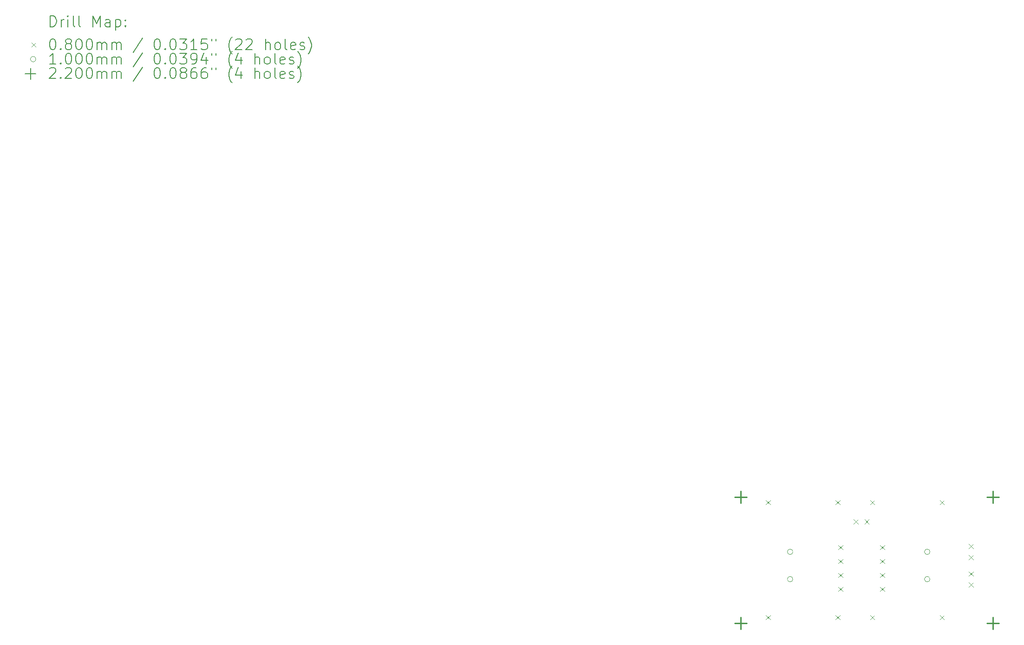
<source format=gbr>
%TF.GenerationSoftware,KiCad,Pcbnew,9.0.4*%
%TF.CreationDate,2025-10-11T15:13:11-04:00*%
%TF.ProjectId,test1,74657374-312e-46b6-9963-61645f706362,rev?*%
%TF.SameCoordinates,Original*%
%TF.FileFunction,Drillmap*%
%TF.FilePolarity,Positive*%
%FSLAX45Y45*%
G04 Gerber Fmt 4.5, Leading zero omitted, Abs format (unit mm)*
G04 Created by KiCad (PCBNEW 9.0.4) date 2025-10-11 15:13:11*
%MOMM*%
%LPD*%
G01*
G04 APERTURE LIST*
%ADD10C,0.200000*%
%ADD11C,0.100000*%
%ADD12C,0.220000*%
G04 APERTURE END LIST*
D10*
D11*
X13310000Y-8960000D02*
X13390000Y-9040000D01*
X13390000Y-8960000D02*
X13310000Y-9040000D01*
X13310000Y-11060000D02*
X13390000Y-11140000D01*
X13390000Y-11060000D02*
X13310000Y-11140000D01*
X14580000Y-8960000D02*
X14660000Y-9040000D01*
X14660000Y-8960000D02*
X14580000Y-9040000D01*
X14580000Y-11060000D02*
X14660000Y-11140000D01*
X14660000Y-11060000D02*
X14580000Y-11140000D01*
X14629500Y-9779000D02*
X14709500Y-9859000D01*
X14709500Y-9779000D02*
X14629500Y-9859000D01*
X14629500Y-10033000D02*
X14709500Y-10113000D01*
X14709500Y-10033000D02*
X14629500Y-10113000D01*
X14629500Y-10287000D02*
X14709500Y-10367000D01*
X14709500Y-10287000D02*
X14629500Y-10367000D01*
X14629500Y-10541000D02*
X14709500Y-10621000D01*
X14709500Y-10541000D02*
X14629500Y-10621000D01*
X14910000Y-9310000D02*
X14990000Y-9390000D01*
X14990000Y-9310000D02*
X14910000Y-9390000D01*
X15110000Y-9310000D02*
X15190000Y-9390000D01*
X15190000Y-9310000D02*
X15110000Y-9390000D01*
X15210000Y-8960000D02*
X15290000Y-9040000D01*
X15290000Y-8960000D02*
X15210000Y-9040000D01*
X15210000Y-11060000D02*
X15290000Y-11140000D01*
X15290000Y-11060000D02*
X15210000Y-11140000D01*
X15391500Y-9779000D02*
X15471500Y-9859000D01*
X15471500Y-9779000D02*
X15391500Y-9859000D01*
X15391500Y-10033000D02*
X15471500Y-10113000D01*
X15471500Y-10033000D02*
X15391500Y-10113000D01*
X15391500Y-10287000D02*
X15471500Y-10367000D01*
X15471500Y-10287000D02*
X15391500Y-10367000D01*
X15391500Y-10541000D02*
X15471500Y-10621000D01*
X15471500Y-10541000D02*
X15391500Y-10621000D01*
X16480000Y-8960000D02*
X16560000Y-9040000D01*
X16560000Y-8960000D02*
X16480000Y-9040000D01*
X16480000Y-11060000D02*
X16560000Y-11140000D01*
X16560000Y-11060000D02*
X16480000Y-11140000D01*
X17010000Y-9760000D02*
X17090000Y-9840000D01*
X17090000Y-9760000D02*
X17010000Y-9840000D01*
X17010000Y-9960000D02*
X17090000Y-10040000D01*
X17090000Y-9960000D02*
X17010000Y-10040000D01*
X17010000Y-10260000D02*
X17090000Y-10340000D01*
X17090000Y-10260000D02*
X17010000Y-10340000D01*
X17010000Y-10460000D02*
X17090000Y-10540000D01*
X17090000Y-10460000D02*
X17010000Y-10540000D01*
X13800000Y-9900000D02*
G75*
G02*
X13700000Y-9900000I-50000J0D01*
G01*
X13700000Y-9900000D02*
G75*
G02*
X13800000Y-9900000I50000J0D01*
G01*
X13800000Y-10400000D02*
G75*
G02*
X13700000Y-10400000I-50000J0D01*
G01*
X13700000Y-10400000D02*
G75*
G02*
X13800000Y-10400000I50000J0D01*
G01*
X16300000Y-9900000D02*
G75*
G02*
X16200000Y-9900000I-50000J0D01*
G01*
X16200000Y-9900000D02*
G75*
G02*
X16300000Y-9900000I50000J0D01*
G01*
X16300000Y-10400000D02*
G75*
G02*
X16200000Y-10400000I-50000J0D01*
G01*
X16200000Y-10400000D02*
G75*
G02*
X16300000Y-10400000I50000J0D01*
G01*
D12*
X12850000Y-8790000D02*
X12850000Y-9010000D01*
X12740000Y-8900000D02*
X12960000Y-8900000D01*
X12850000Y-11090000D02*
X12850000Y-11310000D01*
X12740000Y-11200000D02*
X12960000Y-11200000D01*
X17450000Y-8790000D02*
X17450000Y-9010000D01*
X17340000Y-8900000D02*
X17560000Y-8900000D01*
X17450000Y-11090000D02*
X17450000Y-11310000D01*
X17340000Y-11200000D02*
X17560000Y-11200000D01*
D10*
X260777Y-311484D02*
X260777Y-111484D01*
X260777Y-111484D02*
X308396Y-111484D01*
X308396Y-111484D02*
X336967Y-121008D01*
X336967Y-121008D02*
X356015Y-140055D01*
X356015Y-140055D02*
X365539Y-159103D01*
X365539Y-159103D02*
X375062Y-197198D01*
X375062Y-197198D02*
X375062Y-225769D01*
X375062Y-225769D02*
X365539Y-263865D01*
X365539Y-263865D02*
X356015Y-282912D01*
X356015Y-282912D02*
X336967Y-301960D01*
X336967Y-301960D02*
X308396Y-311484D01*
X308396Y-311484D02*
X260777Y-311484D01*
X460777Y-311484D02*
X460777Y-178150D01*
X460777Y-216246D02*
X470301Y-197198D01*
X470301Y-197198D02*
X479824Y-187674D01*
X479824Y-187674D02*
X498872Y-178150D01*
X498872Y-178150D02*
X517920Y-178150D01*
X584586Y-311484D02*
X584586Y-178150D01*
X584586Y-111484D02*
X575063Y-121008D01*
X575063Y-121008D02*
X584586Y-130531D01*
X584586Y-130531D02*
X594110Y-121008D01*
X594110Y-121008D02*
X584586Y-111484D01*
X584586Y-111484D02*
X584586Y-130531D01*
X708396Y-311484D02*
X689348Y-301960D01*
X689348Y-301960D02*
X679824Y-282912D01*
X679824Y-282912D02*
X679824Y-111484D01*
X813158Y-311484D02*
X794110Y-301960D01*
X794110Y-301960D02*
X784586Y-282912D01*
X784586Y-282912D02*
X784586Y-111484D01*
X1041729Y-311484D02*
X1041729Y-111484D01*
X1041729Y-111484D02*
X1108396Y-254341D01*
X1108396Y-254341D02*
X1175063Y-111484D01*
X1175063Y-111484D02*
X1175063Y-311484D01*
X1356015Y-311484D02*
X1356015Y-206722D01*
X1356015Y-206722D02*
X1346491Y-187674D01*
X1346491Y-187674D02*
X1327444Y-178150D01*
X1327444Y-178150D02*
X1289348Y-178150D01*
X1289348Y-178150D02*
X1270301Y-187674D01*
X1356015Y-301960D02*
X1336967Y-311484D01*
X1336967Y-311484D02*
X1289348Y-311484D01*
X1289348Y-311484D02*
X1270301Y-301960D01*
X1270301Y-301960D02*
X1260777Y-282912D01*
X1260777Y-282912D02*
X1260777Y-263865D01*
X1260777Y-263865D02*
X1270301Y-244817D01*
X1270301Y-244817D02*
X1289348Y-235293D01*
X1289348Y-235293D02*
X1336967Y-235293D01*
X1336967Y-235293D02*
X1356015Y-225769D01*
X1451253Y-178150D02*
X1451253Y-378150D01*
X1451253Y-187674D02*
X1470301Y-178150D01*
X1470301Y-178150D02*
X1508396Y-178150D01*
X1508396Y-178150D02*
X1527443Y-187674D01*
X1527443Y-187674D02*
X1536967Y-197198D01*
X1536967Y-197198D02*
X1546491Y-216246D01*
X1546491Y-216246D02*
X1546491Y-273389D01*
X1546491Y-273389D02*
X1536967Y-292436D01*
X1536967Y-292436D02*
X1527443Y-301960D01*
X1527443Y-301960D02*
X1508396Y-311484D01*
X1508396Y-311484D02*
X1470301Y-311484D01*
X1470301Y-311484D02*
X1451253Y-301960D01*
X1632205Y-292436D02*
X1641729Y-301960D01*
X1641729Y-301960D02*
X1632205Y-311484D01*
X1632205Y-311484D02*
X1622682Y-301960D01*
X1622682Y-301960D02*
X1632205Y-292436D01*
X1632205Y-292436D02*
X1632205Y-311484D01*
X1632205Y-187674D02*
X1641729Y-197198D01*
X1641729Y-197198D02*
X1632205Y-206722D01*
X1632205Y-206722D02*
X1622682Y-197198D01*
X1622682Y-197198D02*
X1632205Y-187674D01*
X1632205Y-187674D02*
X1632205Y-206722D01*
D11*
X-80000Y-600000D02*
X0Y-680000D01*
X0Y-600000D02*
X-80000Y-680000D01*
D10*
X298872Y-531484D02*
X317920Y-531484D01*
X317920Y-531484D02*
X336967Y-541008D01*
X336967Y-541008D02*
X346491Y-550531D01*
X346491Y-550531D02*
X356015Y-569579D01*
X356015Y-569579D02*
X365539Y-607674D01*
X365539Y-607674D02*
X365539Y-655293D01*
X365539Y-655293D02*
X356015Y-693389D01*
X356015Y-693389D02*
X346491Y-712436D01*
X346491Y-712436D02*
X336967Y-721960D01*
X336967Y-721960D02*
X317920Y-731484D01*
X317920Y-731484D02*
X298872Y-731484D01*
X298872Y-731484D02*
X279824Y-721960D01*
X279824Y-721960D02*
X270301Y-712436D01*
X270301Y-712436D02*
X260777Y-693389D01*
X260777Y-693389D02*
X251253Y-655293D01*
X251253Y-655293D02*
X251253Y-607674D01*
X251253Y-607674D02*
X260777Y-569579D01*
X260777Y-569579D02*
X270301Y-550531D01*
X270301Y-550531D02*
X279824Y-541008D01*
X279824Y-541008D02*
X298872Y-531484D01*
X451253Y-712436D02*
X460777Y-721960D01*
X460777Y-721960D02*
X451253Y-731484D01*
X451253Y-731484D02*
X441729Y-721960D01*
X441729Y-721960D02*
X451253Y-712436D01*
X451253Y-712436D02*
X451253Y-731484D01*
X575063Y-617198D02*
X556015Y-607674D01*
X556015Y-607674D02*
X546491Y-598150D01*
X546491Y-598150D02*
X536967Y-579103D01*
X536967Y-579103D02*
X536967Y-569579D01*
X536967Y-569579D02*
X546491Y-550531D01*
X546491Y-550531D02*
X556015Y-541008D01*
X556015Y-541008D02*
X575063Y-531484D01*
X575063Y-531484D02*
X613158Y-531484D01*
X613158Y-531484D02*
X632205Y-541008D01*
X632205Y-541008D02*
X641729Y-550531D01*
X641729Y-550531D02*
X651253Y-569579D01*
X651253Y-569579D02*
X651253Y-579103D01*
X651253Y-579103D02*
X641729Y-598150D01*
X641729Y-598150D02*
X632205Y-607674D01*
X632205Y-607674D02*
X613158Y-617198D01*
X613158Y-617198D02*
X575063Y-617198D01*
X575063Y-617198D02*
X556015Y-626722D01*
X556015Y-626722D02*
X546491Y-636246D01*
X546491Y-636246D02*
X536967Y-655293D01*
X536967Y-655293D02*
X536967Y-693389D01*
X536967Y-693389D02*
X546491Y-712436D01*
X546491Y-712436D02*
X556015Y-721960D01*
X556015Y-721960D02*
X575063Y-731484D01*
X575063Y-731484D02*
X613158Y-731484D01*
X613158Y-731484D02*
X632205Y-721960D01*
X632205Y-721960D02*
X641729Y-712436D01*
X641729Y-712436D02*
X651253Y-693389D01*
X651253Y-693389D02*
X651253Y-655293D01*
X651253Y-655293D02*
X641729Y-636246D01*
X641729Y-636246D02*
X632205Y-626722D01*
X632205Y-626722D02*
X613158Y-617198D01*
X775062Y-531484D02*
X794110Y-531484D01*
X794110Y-531484D02*
X813158Y-541008D01*
X813158Y-541008D02*
X822682Y-550531D01*
X822682Y-550531D02*
X832205Y-569579D01*
X832205Y-569579D02*
X841729Y-607674D01*
X841729Y-607674D02*
X841729Y-655293D01*
X841729Y-655293D02*
X832205Y-693389D01*
X832205Y-693389D02*
X822682Y-712436D01*
X822682Y-712436D02*
X813158Y-721960D01*
X813158Y-721960D02*
X794110Y-731484D01*
X794110Y-731484D02*
X775062Y-731484D01*
X775062Y-731484D02*
X756015Y-721960D01*
X756015Y-721960D02*
X746491Y-712436D01*
X746491Y-712436D02*
X736967Y-693389D01*
X736967Y-693389D02*
X727443Y-655293D01*
X727443Y-655293D02*
X727443Y-607674D01*
X727443Y-607674D02*
X736967Y-569579D01*
X736967Y-569579D02*
X746491Y-550531D01*
X746491Y-550531D02*
X756015Y-541008D01*
X756015Y-541008D02*
X775062Y-531484D01*
X965539Y-531484D02*
X984586Y-531484D01*
X984586Y-531484D02*
X1003634Y-541008D01*
X1003634Y-541008D02*
X1013158Y-550531D01*
X1013158Y-550531D02*
X1022682Y-569579D01*
X1022682Y-569579D02*
X1032205Y-607674D01*
X1032205Y-607674D02*
X1032205Y-655293D01*
X1032205Y-655293D02*
X1022682Y-693389D01*
X1022682Y-693389D02*
X1013158Y-712436D01*
X1013158Y-712436D02*
X1003634Y-721960D01*
X1003634Y-721960D02*
X984586Y-731484D01*
X984586Y-731484D02*
X965539Y-731484D01*
X965539Y-731484D02*
X946491Y-721960D01*
X946491Y-721960D02*
X936967Y-712436D01*
X936967Y-712436D02*
X927443Y-693389D01*
X927443Y-693389D02*
X917920Y-655293D01*
X917920Y-655293D02*
X917920Y-607674D01*
X917920Y-607674D02*
X927443Y-569579D01*
X927443Y-569579D02*
X936967Y-550531D01*
X936967Y-550531D02*
X946491Y-541008D01*
X946491Y-541008D02*
X965539Y-531484D01*
X1117920Y-731484D02*
X1117920Y-598150D01*
X1117920Y-617198D02*
X1127444Y-607674D01*
X1127444Y-607674D02*
X1146491Y-598150D01*
X1146491Y-598150D02*
X1175063Y-598150D01*
X1175063Y-598150D02*
X1194110Y-607674D01*
X1194110Y-607674D02*
X1203634Y-626722D01*
X1203634Y-626722D02*
X1203634Y-731484D01*
X1203634Y-626722D02*
X1213158Y-607674D01*
X1213158Y-607674D02*
X1232205Y-598150D01*
X1232205Y-598150D02*
X1260777Y-598150D01*
X1260777Y-598150D02*
X1279825Y-607674D01*
X1279825Y-607674D02*
X1289348Y-626722D01*
X1289348Y-626722D02*
X1289348Y-731484D01*
X1384586Y-731484D02*
X1384586Y-598150D01*
X1384586Y-617198D02*
X1394110Y-607674D01*
X1394110Y-607674D02*
X1413158Y-598150D01*
X1413158Y-598150D02*
X1441729Y-598150D01*
X1441729Y-598150D02*
X1460777Y-607674D01*
X1460777Y-607674D02*
X1470301Y-626722D01*
X1470301Y-626722D02*
X1470301Y-731484D01*
X1470301Y-626722D02*
X1479824Y-607674D01*
X1479824Y-607674D02*
X1498872Y-598150D01*
X1498872Y-598150D02*
X1527443Y-598150D01*
X1527443Y-598150D02*
X1546491Y-607674D01*
X1546491Y-607674D02*
X1556015Y-626722D01*
X1556015Y-626722D02*
X1556015Y-731484D01*
X1946491Y-521960D02*
X1775063Y-779103D01*
X2203634Y-531484D02*
X2222682Y-531484D01*
X2222682Y-531484D02*
X2241729Y-541008D01*
X2241729Y-541008D02*
X2251253Y-550531D01*
X2251253Y-550531D02*
X2260777Y-569579D01*
X2260777Y-569579D02*
X2270301Y-607674D01*
X2270301Y-607674D02*
X2270301Y-655293D01*
X2270301Y-655293D02*
X2260777Y-693389D01*
X2260777Y-693389D02*
X2251253Y-712436D01*
X2251253Y-712436D02*
X2241729Y-721960D01*
X2241729Y-721960D02*
X2222682Y-731484D01*
X2222682Y-731484D02*
X2203634Y-731484D01*
X2203634Y-731484D02*
X2184587Y-721960D01*
X2184587Y-721960D02*
X2175063Y-712436D01*
X2175063Y-712436D02*
X2165539Y-693389D01*
X2165539Y-693389D02*
X2156015Y-655293D01*
X2156015Y-655293D02*
X2156015Y-607674D01*
X2156015Y-607674D02*
X2165539Y-569579D01*
X2165539Y-569579D02*
X2175063Y-550531D01*
X2175063Y-550531D02*
X2184587Y-541008D01*
X2184587Y-541008D02*
X2203634Y-531484D01*
X2356015Y-712436D02*
X2365539Y-721960D01*
X2365539Y-721960D02*
X2356015Y-731484D01*
X2356015Y-731484D02*
X2346491Y-721960D01*
X2346491Y-721960D02*
X2356015Y-712436D01*
X2356015Y-712436D02*
X2356015Y-731484D01*
X2489348Y-531484D02*
X2508396Y-531484D01*
X2508396Y-531484D02*
X2527444Y-541008D01*
X2527444Y-541008D02*
X2536968Y-550531D01*
X2536968Y-550531D02*
X2546491Y-569579D01*
X2546491Y-569579D02*
X2556015Y-607674D01*
X2556015Y-607674D02*
X2556015Y-655293D01*
X2556015Y-655293D02*
X2546491Y-693389D01*
X2546491Y-693389D02*
X2536968Y-712436D01*
X2536968Y-712436D02*
X2527444Y-721960D01*
X2527444Y-721960D02*
X2508396Y-731484D01*
X2508396Y-731484D02*
X2489348Y-731484D01*
X2489348Y-731484D02*
X2470301Y-721960D01*
X2470301Y-721960D02*
X2460777Y-712436D01*
X2460777Y-712436D02*
X2451253Y-693389D01*
X2451253Y-693389D02*
X2441729Y-655293D01*
X2441729Y-655293D02*
X2441729Y-607674D01*
X2441729Y-607674D02*
X2451253Y-569579D01*
X2451253Y-569579D02*
X2460777Y-550531D01*
X2460777Y-550531D02*
X2470301Y-541008D01*
X2470301Y-541008D02*
X2489348Y-531484D01*
X2622682Y-531484D02*
X2746491Y-531484D01*
X2746491Y-531484D02*
X2679825Y-607674D01*
X2679825Y-607674D02*
X2708396Y-607674D01*
X2708396Y-607674D02*
X2727444Y-617198D01*
X2727444Y-617198D02*
X2736968Y-626722D01*
X2736968Y-626722D02*
X2746491Y-645770D01*
X2746491Y-645770D02*
X2746491Y-693389D01*
X2746491Y-693389D02*
X2736968Y-712436D01*
X2736968Y-712436D02*
X2727444Y-721960D01*
X2727444Y-721960D02*
X2708396Y-731484D01*
X2708396Y-731484D02*
X2651253Y-731484D01*
X2651253Y-731484D02*
X2632206Y-721960D01*
X2632206Y-721960D02*
X2622682Y-712436D01*
X2936967Y-731484D02*
X2822682Y-731484D01*
X2879825Y-731484D02*
X2879825Y-531484D01*
X2879825Y-531484D02*
X2860777Y-560055D01*
X2860777Y-560055D02*
X2841729Y-579103D01*
X2841729Y-579103D02*
X2822682Y-588627D01*
X3117920Y-531484D02*
X3022682Y-531484D01*
X3022682Y-531484D02*
X3013158Y-626722D01*
X3013158Y-626722D02*
X3022682Y-617198D01*
X3022682Y-617198D02*
X3041729Y-607674D01*
X3041729Y-607674D02*
X3089348Y-607674D01*
X3089348Y-607674D02*
X3108396Y-617198D01*
X3108396Y-617198D02*
X3117920Y-626722D01*
X3117920Y-626722D02*
X3127444Y-645770D01*
X3127444Y-645770D02*
X3127444Y-693389D01*
X3127444Y-693389D02*
X3117920Y-712436D01*
X3117920Y-712436D02*
X3108396Y-721960D01*
X3108396Y-721960D02*
X3089348Y-731484D01*
X3089348Y-731484D02*
X3041729Y-731484D01*
X3041729Y-731484D02*
X3022682Y-721960D01*
X3022682Y-721960D02*
X3013158Y-712436D01*
X3203634Y-531484D02*
X3203634Y-569579D01*
X3279825Y-531484D02*
X3279825Y-569579D01*
X3575063Y-807674D02*
X3565539Y-798150D01*
X3565539Y-798150D02*
X3546491Y-769579D01*
X3546491Y-769579D02*
X3536968Y-750531D01*
X3536968Y-750531D02*
X3527444Y-721960D01*
X3527444Y-721960D02*
X3517920Y-674341D01*
X3517920Y-674341D02*
X3517920Y-636246D01*
X3517920Y-636246D02*
X3527444Y-588627D01*
X3527444Y-588627D02*
X3536968Y-560055D01*
X3536968Y-560055D02*
X3546491Y-541008D01*
X3546491Y-541008D02*
X3565539Y-512436D01*
X3565539Y-512436D02*
X3575063Y-502912D01*
X3641729Y-550531D02*
X3651253Y-541008D01*
X3651253Y-541008D02*
X3670301Y-531484D01*
X3670301Y-531484D02*
X3717920Y-531484D01*
X3717920Y-531484D02*
X3736968Y-541008D01*
X3736968Y-541008D02*
X3746491Y-550531D01*
X3746491Y-550531D02*
X3756015Y-569579D01*
X3756015Y-569579D02*
X3756015Y-588627D01*
X3756015Y-588627D02*
X3746491Y-617198D01*
X3746491Y-617198D02*
X3632206Y-731484D01*
X3632206Y-731484D02*
X3756015Y-731484D01*
X3832206Y-550531D02*
X3841729Y-541008D01*
X3841729Y-541008D02*
X3860777Y-531484D01*
X3860777Y-531484D02*
X3908396Y-531484D01*
X3908396Y-531484D02*
X3927444Y-541008D01*
X3927444Y-541008D02*
X3936968Y-550531D01*
X3936968Y-550531D02*
X3946491Y-569579D01*
X3946491Y-569579D02*
X3946491Y-588627D01*
X3946491Y-588627D02*
X3936968Y-617198D01*
X3936968Y-617198D02*
X3822682Y-731484D01*
X3822682Y-731484D02*
X3946491Y-731484D01*
X4184587Y-731484D02*
X4184587Y-531484D01*
X4270301Y-731484D02*
X4270301Y-626722D01*
X4270301Y-626722D02*
X4260777Y-607674D01*
X4260777Y-607674D02*
X4241730Y-598150D01*
X4241730Y-598150D02*
X4213158Y-598150D01*
X4213158Y-598150D02*
X4194110Y-607674D01*
X4194110Y-607674D02*
X4184587Y-617198D01*
X4394111Y-731484D02*
X4375063Y-721960D01*
X4375063Y-721960D02*
X4365539Y-712436D01*
X4365539Y-712436D02*
X4356015Y-693389D01*
X4356015Y-693389D02*
X4356015Y-636246D01*
X4356015Y-636246D02*
X4365539Y-617198D01*
X4365539Y-617198D02*
X4375063Y-607674D01*
X4375063Y-607674D02*
X4394111Y-598150D01*
X4394111Y-598150D02*
X4422682Y-598150D01*
X4422682Y-598150D02*
X4441730Y-607674D01*
X4441730Y-607674D02*
X4451253Y-617198D01*
X4451253Y-617198D02*
X4460777Y-636246D01*
X4460777Y-636246D02*
X4460777Y-693389D01*
X4460777Y-693389D02*
X4451253Y-712436D01*
X4451253Y-712436D02*
X4441730Y-721960D01*
X4441730Y-721960D02*
X4422682Y-731484D01*
X4422682Y-731484D02*
X4394111Y-731484D01*
X4575063Y-731484D02*
X4556015Y-721960D01*
X4556015Y-721960D02*
X4546492Y-702912D01*
X4546492Y-702912D02*
X4546492Y-531484D01*
X4727444Y-721960D02*
X4708396Y-731484D01*
X4708396Y-731484D02*
X4670301Y-731484D01*
X4670301Y-731484D02*
X4651253Y-721960D01*
X4651253Y-721960D02*
X4641730Y-702912D01*
X4641730Y-702912D02*
X4641730Y-626722D01*
X4641730Y-626722D02*
X4651253Y-607674D01*
X4651253Y-607674D02*
X4670301Y-598150D01*
X4670301Y-598150D02*
X4708396Y-598150D01*
X4708396Y-598150D02*
X4727444Y-607674D01*
X4727444Y-607674D02*
X4736968Y-626722D01*
X4736968Y-626722D02*
X4736968Y-645770D01*
X4736968Y-645770D02*
X4641730Y-664817D01*
X4813158Y-721960D02*
X4832206Y-731484D01*
X4832206Y-731484D02*
X4870301Y-731484D01*
X4870301Y-731484D02*
X4889349Y-721960D01*
X4889349Y-721960D02*
X4898873Y-702912D01*
X4898873Y-702912D02*
X4898873Y-693389D01*
X4898873Y-693389D02*
X4889349Y-674341D01*
X4889349Y-674341D02*
X4870301Y-664817D01*
X4870301Y-664817D02*
X4841730Y-664817D01*
X4841730Y-664817D02*
X4822682Y-655293D01*
X4822682Y-655293D02*
X4813158Y-636246D01*
X4813158Y-636246D02*
X4813158Y-626722D01*
X4813158Y-626722D02*
X4822682Y-607674D01*
X4822682Y-607674D02*
X4841730Y-598150D01*
X4841730Y-598150D02*
X4870301Y-598150D01*
X4870301Y-598150D02*
X4889349Y-607674D01*
X4965539Y-807674D02*
X4975063Y-798150D01*
X4975063Y-798150D02*
X4994111Y-769579D01*
X4994111Y-769579D02*
X5003634Y-750531D01*
X5003634Y-750531D02*
X5013158Y-721960D01*
X5013158Y-721960D02*
X5022682Y-674341D01*
X5022682Y-674341D02*
X5022682Y-636246D01*
X5022682Y-636246D02*
X5013158Y-588627D01*
X5013158Y-588627D02*
X5003634Y-560055D01*
X5003634Y-560055D02*
X4994111Y-541008D01*
X4994111Y-541008D02*
X4975063Y-512436D01*
X4975063Y-512436D02*
X4965539Y-502912D01*
D11*
X0Y-904000D02*
G75*
G02*
X-100000Y-904000I-50000J0D01*
G01*
X-100000Y-904000D02*
G75*
G02*
X0Y-904000I50000J0D01*
G01*
D10*
X365539Y-995484D02*
X251253Y-995484D01*
X308396Y-995484D02*
X308396Y-795484D01*
X308396Y-795484D02*
X289348Y-824055D01*
X289348Y-824055D02*
X270301Y-843103D01*
X270301Y-843103D02*
X251253Y-852627D01*
X451253Y-976436D02*
X460777Y-985960D01*
X460777Y-985960D02*
X451253Y-995484D01*
X451253Y-995484D02*
X441729Y-985960D01*
X441729Y-985960D02*
X451253Y-976436D01*
X451253Y-976436D02*
X451253Y-995484D01*
X584586Y-795484D02*
X603634Y-795484D01*
X603634Y-795484D02*
X622682Y-805008D01*
X622682Y-805008D02*
X632205Y-814531D01*
X632205Y-814531D02*
X641729Y-833579D01*
X641729Y-833579D02*
X651253Y-871674D01*
X651253Y-871674D02*
X651253Y-919293D01*
X651253Y-919293D02*
X641729Y-957388D01*
X641729Y-957388D02*
X632205Y-976436D01*
X632205Y-976436D02*
X622682Y-985960D01*
X622682Y-985960D02*
X603634Y-995484D01*
X603634Y-995484D02*
X584586Y-995484D01*
X584586Y-995484D02*
X565539Y-985960D01*
X565539Y-985960D02*
X556015Y-976436D01*
X556015Y-976436D02*
X546491Y-957388D01*
X546491Y-957388D02*
X536967Y-919293D01*
X536967Y-919293D02*
X536967Y-871674D01*
X536967Y-871674D02*
X546491Y-833579D01*
X546491Y-833579D02*
X556015Y-814531D01*
X556015Y-814531D02*
X565539Y-805008D01*
X565539Y-805008D02*
X584586Y-795484D01*
X775062Y-795484D02*
X794110Y-795484D01*
X794110Y-795484D02*
X813158Y-805008D01*
X813158Y-805008D02*
X822682Y-814531D01*
X822682Y-814531D02*
X832205Y-833579D01*
X832205Y-833579D02*
X841729Y-871674D01*
X841729Y-871674D02*
X841729Y-919293D01*
X841729Y-919293D02*
X832205Y-957388D01*
X832205Y-957388D02*
X822682Y-976436D01*
X822682Y-976436D02*
X813158Y-985960D01*
X813158Y-985960D02*
X794110Y-995484D01*
X794110Y-995484D02*
X775062Y-995484D01*
X775062Y-995484D02*
X756015Y-985960D01*
X756015Y-985960D02*
X746491Y-976436D01*
X746491Y-976436D02*
X736967Y-957388D01*
X736967Y-957388D02*
X727443Y-919293D01*
X727443Y-919293D02*
X727443Y-871674D01*
X727443Y-871674D02*
X736967Y-833579D01*
X736967Y-833579D02*
X746491Y-814531D01*
X746491Y-814531D02*
X756015Y-805008D01*
X756015Y-805008D02*
X775062Y-795484D01*
X965539Y-795484D02*
X984586Y-795484D01*
X984586Y-795484D02*
X1003634Y-805008D01*
X1003634Y-805008D02*
X1013158Y-814531D01*
X1013158Y-814531D02*
X1022682Y-833579D01*
X1022682Y-833579D02*
X1032205Y-871674D01*
X1032205Y-871674D02*
X1032205Y-919293D01*
X1032205Y-919293D02*
X1022682Y-957388D01*
X1022682Y-957388D02*
X1013158Y-976436D01*
X1013158Y-976436D02*
X1003634Y-985960D01*
X1003634Y-985960D02*
X984586Y-995484D01*
X984586Y-995484D02*
X965539Y-995484D01*
X965539Y-995484D02*
X946491Y-985960D01*
X946491Y-985960D02*
X936967Y-976436D01*
X936967Y-976436D02*
X927443Y-957388D01*
X927443Y-957388D02*
X917920Y-919293D01*
X917920Y-919293D02*
X917920Y-871674D01*
X917920Y-871674D02*
X927443Y-833579D01*
X927443Y-833579D02*
X936967Y-814531D01*
X936967Y-814531D02*
X946491Y-805008D01*
X946491Y-805008D02*
X965539Y-795484D01*
X1117920Y-995484D02*
X1117920Y-862150D01*
X1117920Y-881198D02*
X1127444Y-871674D01*
X1127444Y-871674D02*
X1146491Y-862150D01*
X1146491Y-862150D02*
X1175063Y-862150D01*
X1175063Y-862150D02*
X1194110Y-871674D01*
X1194110Y-871674D02*
X1203634Y-890722D01*
X1203634Y-890722D02*
X1203634Y-995484D01*
X1203634Y-890722D02*
X1213158Y-871674D01*
X1213158Y-871674D02*
X1232205Y-862150D01*
X1232205Y-862150D02*
X1260777Y-862150D01*
X1260777Y-862150D02*
X1279825Y-871674D01*
X1279825Y-871674D02*
X1289348Y-890722D01*
X1289348Y-890722D02*
X1289348Y-995484D01*
X1384586Y-995484D02*
X1384586Y-862150D01*
X1384586Y-881198D02*
X1394110Y-871674D01*
X1394110Y-871674D02*
X1413158Y-862150D01*
X1413158Y-862150D02*
X1441729Y-862150D01*
X1441729Y-862150D02*
X1460777Y-871674D01*
X1460777Y-871674D02*
X1470301Y-890722D01*
X1470301Y-890722D02*
X1470301Y-995484D01*
X1470301Y-890722D02*
X1479824Y-871674D01*
X1479824Y-871674D02*
X1498872Y-862150D01*
X1498872Y-862150D02*
X1527443Y-862150D01*
X1527443Y-862150D02*
X1546491Y-871674D01*
X1546491Y-871674D02*
X1556015Y-890722D01*
X1556015Y-890722D02*
X1556015Y-995484D01*
X1946491Y-785960D02*
X1775063Y-1043103D01*
X2203634Y-795484D02*
X2222682Y-795484D01*
X2222682Y-795484D02*
X2241729Y-805008D01*
X2241729Y-805008D02*
X2251253Y-814531D01*
X2251253Y-814531D02*
X2260777Y-833579D01*
X2260777Y-833579D02*
X2270301Y-871674D01*
X2270301Y-871674D02*
X2270301Y-919293D01*
X2270301Y-919293D02*
X2260777Y-957388D01*
X2260777Y-957388D02*
X2251253Y-976436D01*
X2251253Y-976436D02*
X2241729Y-985960D01*
X2241729Y-985960D02*
X2222682Y-995484D01*
X2222682Y-995484D02*
X2203634Y-995484D01*
X2203634Y-995484D02*
X2184587Y-985960D01*
X2184587Y-985960D02*
X2175063Y-976436D01*
X2175063Y-976436D02*
X2165539Y-957388D01*
X2165539Y-957388D02*
X2156015Y-919293D01*
X2156015Y-919293D02*
X2156015Y-871674D01*
X2156015Y-871674D02*
X2165539Y-833579D01*
X2165539Y-833579D02*
X2175063Y-814531D01*
X2175063Y-814531D02*
X2184587Y-805008D01*
X2184587Y-805008D02*
X2203634Y-795484D01*
X2356015Y-976436D02*
X2365539Y-985960D01*
X2365539Y-985960D02*
X2356015Y-995484D01*
X2356015Y-995484D02*
X2346491Y-985960D01*
X2346491Y-985960D02*
X2356015Y-976436D01*
X2356015Y-976436D02*
X2356015Y-995484D01*
X2489348Y-795484D02*
X2508396Y-795484D01*
X2508396Y-795484D02*
X2527444Y-805008D01*
X2527444Y-805008D02*
X2536968Y-814531D01*
X2536968Y-814531D02*
X2546491Y-833579D01*
X2546491Y-833579D02*
X2556015Y-871674D01*
X2556015Y-871674D02*
X2556015Y-919293D01*
X2556015Y-919293D02*
X2546491Y-957388D01*
X2546491Y-957388D02*
X2536968Y-976436D01*
X2536968Y-976436D02*
X2527444Y-985960D01*
X2527444Y-985960D02*
X2508396Y-995484D01*
X2508396Y-995484D02*
X2489348Y-995484D01*
X2489348Y-995484D02*
X2470301Y-985960D01*
X2470301Y-985960D02*
X2460777Y-976436D01*
X2460777Y-976436D02*
X2451253Y-957388D01*
X2451253Y-957388D02*
X2441729Y-919293D01*
X2441729Y-919293D02*
X2441729Y-871674D01*
X2441729Y-871674D02*
X2451253Y-833579D01*
X2451253Y-833579D02*
X2460777Y-814531D01*
X2460777Y-814531D02*
X2470301Y-805008D01*
X2470301Y-805008D02*
X2489348Y-795484D01*
X2622682Y-795484D02*
X2746491Y-795484D01*
X2746491Y-795484D02*
X2679825Y-871674D01*
X2679825Y-871674D02*
X2708396Y-871674D01*
X2708396Y-871674D02*
X2727444Y-881198D01*
X2727444Y-881198D02*
X2736968Y-890722D01*
X2736968Y-890722D02*
X2746491Y-909769D01*
X2746491Y-909769D02*
X2746491Y-957388D01*
X2746491Y-957388D02*
X2736968Y-976436D01*
X2736968Y-976436D02*
X2727444Y-985960D01*
X2727444Y-985960D02*
X2708396Y-995484D01*
X2708396Y-995484D02*
X2651253Y-995484D01*
X2651253Y-995484D02*
X2632206Y-985960D01*
X2632206Y-985960D02*
X2622682Y-976436D01*
X2841729Y-995484D02*
X2879825Y-995484D01*
X2879825Y-995484D02*
X2898872Y-985960D01*
X2898872Y-985960D02*
X2908396Y-976436D01*
X2908396Y-976436D02*
X2927444Y-947865D01*
X2927444Y-947865D02*
X2936967Y-909769D01*
X2936967Y-909769D02*
X2936967Y-833579D01*
X2936967Y-833579D02*
X2927444Y-814531D01*
X2927444Y-814531D02*
X2917920Y-805008D01*
X2917920Y-805008D02*
X2898872Y-795484D01*
X2898872Y-795484D02*
X2860777Y-795484D01*
X2860777Y-795484D02*
X2841729Y-805008D01*
X2841729Y-805008D02*
X2832206Y-814531D01*
X2832206Y-814531D02*
X2822682Y-833579D01*
X2822682Y-833579D02*
X2822682Y-881198D01*
X2822682Y-881198D02*
X2832206Y-900246D01*
X2832206Y-900246D02*
X2841729Y-909769D01*
X2841729Y-909769D02*
X2860777Y-919293D01*
X2860777Y-919293D02*
X2898872Y-919293D01*
X2898872Y-919293D02*
X2917920Y-909769D01*
X2917920Y-909769D02*
X2927444Y-900246D01*
X2927444Y-900246D02*
X2936967Y-881198D01*
X3108396Y-862150D02*
X3108396Y-995484D01*
X3060777Y-785960D02*
X3013158Y-928817D01*
X3013158Y-928817D02*
X3136967Y-928817D01*
X3203634Y-795484D02*
X3203634Y-833579D01*
X3279825Y-795484D02*
X3279825Y-833579D01*
X3575063Y-1071674D02*
X3565539Y-1062150D01*
X3565539Y-1062150D02*
X3546491Y-1033579D01*
X3546491Y-1033579D02*
X3536968Y-1014531D01*
X3536968Y-1014531D02*
X3527444Y-985960D01*
X3527444Y-985960D02*
X3517920Y-938341D01*
X3517920Y-938341D02*
X3517920Y-900246D01*
X3517920Y-900246D02*
X3527444Y-852627D01*
X3527444Y-852627D02*
X3536968Y-824055D01*
X3536968Y-824055D02*
X3546491Y-805008D01*
X3546491Y-805008D02*
X3565539Y-776436D01*
X3565539Y-776436D02*
X3575063Y-766912D01*
X3736968Y-862150D02*
X3736968Y-995484D01*
X3689348Y-785960D02*
X3641729Y-928817D01*
X3641729Y-928817D02*
X3765539Y-928817D01*
X3994110Y-995484D02*
X3994110Y-795484D01*
X4079825Y-995484D02*
X4079825Y-890722D01*
X4079825Y-890722D02*
X4070301Y-871674D01*
X4070301Y-871674D02*
X4051253Y-862150D01*
X4051253Y-862150D02*
X4022682Y-862150D01*
X4022682Y-862150D02*
X4003634Y-871674D01*
X4003634Y-871674D02*
X3994110Y-881198D01*
X4203634Y-995484D02*
X4184587Y-985960D01*
X4184587Y-985960D02*
X4175063Y-976436D01*
X4175063Y-976436D02*
X4165539Y-957388D01*
X4165539Y-957388D02*
X4165539Y-900246D01*
X4165539Y-900246D02*
X4175063Y-881198D01*
X4175063Y-881198D02*
X4184587Y-871674D01*
X4184587Y-871674D02*
X4203634Y-862150D01*
X4203634Y-862150D02*
X4232206Y-862150D01*
X4232206Y-862150D02*
X4251253Y-871674D01*
X4251253Y-871674D02*
X4260777Y-881198D01*
X4260777Y-881198D02*
X4270301Y-900246D01*
X4270301Y-900246D02*
X4270301Y-957388D01*
X4270301Y-957388D02*
X4260777Y-976436D01*
X4260777Y-976436D02*
X4251253Y-985960D01*
X4251253Y-985960D02*
X4232206Y-995484D01*
X4232206Y-995484D02*
X4203634Y-995484D01*
X4384587Y-995484D02*
X4365539Y-985960D01*
X4365539Y-985960D02*
X4356015Y-966912D01*
X4356015Y-966912D02*
X4356015Y-795484D01*
X4536968Y-985960D02*
X4517920Y-995484D01*
X4517920Y-995484D02*
X4479825Y-995484D01*
X4479825Y-995484D02*
X4460777Y-985960D01*
X4460777Y-985960D02*
X4451253Y-966912D01*
X4451253Y-966912D02*
X4451253Y-890722D01*
X4451253Y-890722D02*
X4460777Y-871674D01*
X4460777Y-871674D02*
X4479825Y-862150D01*
X4479825Y-862150D02*
X4517920Y-862150D01*
X4517920Y-862150D02*
X4536968Y-871674D01*
X4536968Y-871674D02*
X4546492Y-890722D01*
X4546492Y-890722D02*
X4546492Y-909769D01*
X4546492Y-909769D02*
X4451253Y-928817D01*
X4622682Y-985960D02*
X4641730Y-995484D01*
X4641730Y-995484D02*
X4679825Y-995484D01*
X4679825Y-995484D02*
X4698873Y-985960D01*
X4698873Y-985960D02*
X4708396Y-966912D01*
X4708396Y-966912D02*
X4708396Y-957388D01*
X4708396Y-957388D02*
X4698873Y-938341D01*
X4698873Y-938341D02*
X4679825Y-928817D01*
X4679825Y-928817D02*
X4651253Y-928817D01*
X4651253Y-928817D02*
X4632206Y-919293D01*
X4632206Y-919293D02*
X4622682Y-900246D01*
X4622682Y-900246D02*
X4622682Y-890722D01*
X4622682Y-890722D02*
X4632206Y-871674D01*
X4632206Y-871674D02*
X4651253Y-862150D01*
X4651253Y-862150D02*
X4679825Y-862150D01*
X4679825Y-862150D02*
X4698873Y-871674D01*
X4775063Y-1071674D02*
X4784587Y-1062150D01*
X4784587Y-1062150D02*
X4803634Y-1033579D01*
X4803634Y-1033579D02*
X4813158Y-1014531D01*
X4813158Y-1014531D02*
X4822682Y-985960D01*
X4822682Y-985960D02*
X4832206Y-938341D01*
X4832206Y-938341D02*
X4832206Y-900246D01*
X4832206Y-900246D02*
X4822682Y-852627D01*
X4822682Y-852627D02*
X4813158Y-824055D01*
X4813158Y-824055D02*
X4803634Y-805008D01*
X4803634Y-805008D02*
X4784587Y-776436D01*
X4784587Y-776436D02*
X4775063Y-766912D01*
X-100000Y-1068000D02*
X-100000Y-1268000D01*
X-200000Y-1168000D02*
X0Y-1168000D01*
X251253Y-1078531D02*
X260777Y-1069008D01*
X260777Y-1069008D02*
X279824Y-1059484D01*
X279824Y-1059484D02*
X327444Y-1059484D01*
X327444Y-1059484D02*
X346491Y-1069008D01*
X346491Y-1069008D02*
X356015Y-1078531D01*
X356015Y-1078531D02*
X365539Y-1097579D01*
X365539Y-1097579D02*
X365539Y-1116627D01*
X365539Y-1116627D02*
X356015Y-1145198D01*
X356015Y-1145198D02*
X241729Y-1259484D01*
X241729Y-1259484D02*
X365539Y-1259484D01*
X451253Y-1240436D02*
X460777Y-1249960D01*
X460777Y-1249960D02*
X451253Y-1259484D01*
X451253Y-1259484D02*
X441729Y-1249960D01*
X441729Y-1249960D02*
X451253Y-1240436D01*
X451253Y-1240436D02*
X451253Y-1259484D01*
X536967Y-1078531D02*
X546491Y-1069008D01*
X546491Y-1069008D02*
X565539Y-1059484D01*
X565539Y-1059484D02*
X613158Y-1059484D01*
X613158Y-1059484D02*
X632205Y-1069008D01*
X632205Y-1069008D02*
X641729Y-1078531D01*
X641729Y-1078531D02*
X651253Y-1097579D01*
X651253Y-1097579D02*
X651253Y-1116627D01*
X651253Y-1116627D02*
X641729Y-1145198D01*
X641729Y-1145198D02*
X527444Y-1259484D01*
X527444Y-1259484D02*
X651253Y-1259484D01*
X775062Y-1059484D02*
X794110Y-1059484D01*
X794110Y-1059484D02*
X813158Y-1069008D01*
X813158Y-1069008D02*
X822682Y-1078531D01*
X822682Y-1078531D02*
X832205Y-1097579D01*
X832205Y-1097579D02*
X841729Y-1135674D01*
X841729Y-1135674D02*
X841729Y-1183293D01*
X841729Y-1183293D02*
X832205Y-1221389D01*
X832205Y-1221389D02*
X822682Y-1240436D01*
X822682Y-1240436D02*
X813158Y-1249960D01*
X813158Y-1249960D02*
X794110Y-1259484D01*
X794110Y-1259484D02*
X775062Y-1259484D01*
X775062Y-1259484D02*
X756015Y-1249960D01*
X756015Y-1249960D02*
X746491Y-1240436D01*
X746491Y-1240436D02*
X736967Y-1221389D01*
X736967Y-1221389D02*
X727443Y-1183293D01*
X727443Y-1183293D02*
X727443Y-1135674D01*
X727443Y-1135674D02*
X736967Y-1097579D01*
X736967Y-1097579D02*
X746491Y-1078531D01*
X746491Y-1078531D02*
X756015Y-1069008D01*
X756015Y-1069008D02*
X775062Y-1059484D01*
X965539Y-1059484D02*
X984586Y-1059484D01*
X984586Y-1059484D02*
X1003634Y-1069008D01*
X1003634Y-1069008D02*
X1013158Y-1078531D01*
X1013158Y-1078531D02*
X1022682Y-1097579D01*
X1022682Y-1097579D02*
X1032205Y-1135674D01*
X1032205Y-1135674D02*
X1032205Y-1183293D01*
X1032205Y-1183293D02*
X1022682Y-1221389D01*
X1022682Y-1221389D02*
X1013158Y-1240436D01*
X1013158Y-1240436D02*
X1003634Y-1249960D01*
X1003634Y-1249960D02*
X984586Y-1259484D01*
X984586Y-1259484D02*
X965539Y-1259484D01*
X965539Y-1259484D02*
X946491Y-1249960D01*
X946491Y-1249960D02*
X936967Y-1240436D01*
X936967Y-1240436D02*
X927443Y-1221389D01*
X927443Y-1221389D02*
X917920Y-1183293D01*
X917920Y-1183293D02*
X917920Y-1135674D01*
X917920Y-1135674D02*
X927443Y-1097579D01*
X927443Y-1097579D02*
X936967Y-1078531D01*
X936967Y-1078531D02*
X946491Y-1069008D01*
X946491Y-1069008D02*
X965539Y-1059484D01*
X1117920Y-1259484D02*
X1117920Y-1126150D01*
X1117920Y-1145198D02*
X1127444Y-1135674D01*
X1127444Y-1135674D02*
X1146491Y-1126150D01*
X1146491Y-1126150D02*
X1175063Y-1126150D01*
X1175063Y-1126150D02*
X1194110Y-1135674D01*
X1194110Y-1135674D02*
X1203634Y-1154722D01*
X1203634Y-1154722D02*
X1203634Y-1259484D01*
X1203634Y-1154722D02*
X1213158Y-1135674D01*
X1213158Y-1135674D02*
X1232205Y-1126150D01*
X1232205Y-1126150D02*
X1260777Y-1126150D01*
X1260777Y-1126150D02*
X1279825Y-1135674D01*
X1279825Y-1135674D02*
X1289348Y-1154722D01*
X1289348Y-1154722D02*
X1289348Y-1259484D01*
X1384586Y-1259484D02*
X1384586Y-1126150D01*
X1384586Y-1145198D02*
X1394110Y-1135674D01*
X1394110Y-1135674D02*
X1413158Y-1126150D01*
X1413158Y-1126150D02*
X1441729Y-1126150D01*
X1441729Y-1126150D02*
X1460777Y-1135674D01*
X1460777Y-1135674D02*
X1470301Y-1154722D01*
X1470301Y-1154722D02*
X1470301Y-1259484D01*
X1470301Y-1154722D02*
X1479824Y-1135674D01*
X1479824Y-1135674D02*
X1498872Y-1126150D01*
X1498872Y-1126150D02*
X1527443Y-1126150D01*
X1527443Y-1126150D02*
X1546491Y-1135674D01*
X1546491Y-1135674D02*
X1556015Y-1154722D01*
X1556015Y-1154722D02*
X1556015Y-1259484D01*
X1946491Y-1049960D02*
X1775063Y-1307103D01*
X2203634Y-1059484D02*
X2222682Y-1059484D01*
X2222682Y-1059484D02*
X2241729Y-1069008D01*
X2241729Y-1069008D02*
X2251253Y-1078531D01*
X2251253Y-1078531D02*
X2260777Y-1097579D01*
X2260777Y-1097579D02*
X2270301Y-1135674D01*
X2270301Y-1135674D02*
X2270301Y-1183293D01*
X2270301Y-1183293D02*
X2260777Y-1221389D01*
X2260777Y-1221389D02*
X2251253Y-1240436D01*
X2251253Y-1240436D02*
X2241729Y-1249960D01*
X2241729Y-1249960D02*
X2222682Y-1259484D01*
X2222682Y-1259484D02*
X2203634Y-1259484D01*
X2203634Y-1259484D02*
X2184587Y-1249960D01*
X2184587Y-1249960D02*
X2175063Y-1240436D01*
X2175063Y-1240436D02*
X2165539Y-1221389D01*
X2165539Y-1221389D02*
X2156015Y-1183293D01*
X2156015Y-1183293D02*
X2156015Y-1135674D01*
X2156015Y-1135674D02*
X2165539Y-1097579D01*
X2165539Y-1097579D02*
X2175063Y-1078531D01*
X2175063Y-1078531D02*
X2184587Y-1069008D01*
X2184587Y-1069008D02*
X2203634Y-1059484D01*
X2356015Y-1240436D02*
X2365539Y-1249960D01*
X2365539Y-1249960D02*
X2356015Y-1259484D01*
X2356015Y-1259484D02*
X2346491Y-1249960D01*
X2346491Y-1249960D02*
X2356015Y-1240436D01*
X2356015Y-1240436D02*
X2356015Y-1259484D01*
X2489348Y-1059484D02*
X2508396Y-1059484D01*
X2508396Y-1059484D02*
X2527444Y-1069008D01*
X2527444Y-1069008D02*
X2536968Y-1078531D01*
X2536968Y-1078531D02*
X2546491Y-1097579D01*
X2546491Y-1097579D02*
X2556015Y-1135674D01*
X2556015Y-1135674D02*
X2556015Y-1183293D01*
X2556015Y-1183293D02*
X2546491Y-1221389D01*
X2546491Y-1221389D02*
X2536968Y-1240436D01*
X2536968Y-1240436D02*
X2527444Y-1249960D01*
X2527444Y-1249960D02*
X2508396Y-1259484D01*
X2508396Y-1259484D02*
X2489348Y-1259484D01*
X2489348Y-1259484D02*
X2470301Y-1249960D01*
X2470301Y-1249960D02*
X2460777Y-1240436D01*
X2460777Y-1240436D02*
X2451253Y-1221389D01*
X2451253Y-1221389D02*
X2441729Y-1183293D01*
X2441729Y-1183293D02*
X2441729Y-1135674D01*
X2441729Y-1135674D02*
X2451253Y-1097579D01*
X2451253Y-1097579D02*
X2460777Y-1078531D01*
X2460777Y-1078531D02*
X2470301Y-1069008D01*
X2470301Y-1069008D02*
X2489348Y-1059484D01*
X2670301Y-1145198D02*
X2651253Y-1135674D01*
X2651253Y-1135674D02*
X2641729Y-1126150D01*
X2641729Y-1126150D02*
X2632206Y-1107103D01*
X2632206Y-1107103D02*
X2632206Y-1097579D01*
X2632206Y-1097579D02*
X2641729Y-1078531D01*
X2641729Y-1078531D02*
X2651253Y-1069008D01*
X2651253Y-1069008D02*
X2670301Y-1059484D01*
X2670301Y-1059484D02*
X2708396Y-1059484D01*
X2708396Y-1059484D02*
X2727444Y-1069008D01*
X2727444Y-1069008D02*
X2736968Y-1078531D01*
X2736968Y-1078531D02*
X2746491Y-1097579D01*
X2746491Y-1097579D02*
X2746491Y-1107103D01*
X2746491Y-1107103D02*
X2736968Y-1126150D01*
X2736968Y-1126150D02*
X2727444Y-1135674D01*
X2727444Y-1135674D02*
X2708396Y-1145198D01*
X2708396Y-1145198D02*
X2670301Y-1145198D01*
X2670301Y-1145198D02*
X2651253Y-1154722D01*
X2651253Y-1154722D02*
X2641729Y-1164246D01*
X2641729Y-1164246D02*
X2632206Y-1183293D01*
X2632206Y-1183293D02*
X2632206Y-1221389D01*
X2632206Y-1221389D02*
X2641729Y-1240436D01*
X2641729Y-1240436D02*
X2651253Y-1249960D01*
X2651253Y-1249960D02*
X2670301Y-1259484D01*
X2670301Y-1259484D02*
X2708396Y-1259484D01*
X2708396Y-1259484D02*
X2727444Y-1249960D01*
X2727444Y-1249960D02*
X2736968Y-1240436D01*
X2736968Y-1240436D02*
X2746491Y-1221389D01*
X2746491Y-1221389D02*
X2746491Y-1183293D01*
X2746491Y-1183293D02*
X2736968Y-1164246D01*
X2736968Y-1164246D02*
X2727444Y-1154722D01*
X2727444Y-1154722D02*
X2708396Y-1145198D01*
X2917920Y-1059484D02*
X2879825Y-1059484D01*
X2879825Y-1059484D02*
X2860777Y-1069008D01*
X2860777Y-1069008D02*
X2851253Y-1078531D01*
X2851253Y-1078531D02*
X2832206Y-1107103D01*
X2832206Y-1107103D02*
X2822682Y-1145198D01*
X2822682Y-1145198D02*
X2822682Y-1221389D01*
X2822682Y-1221389D02*
X2832206Y-1240436D01*
X2832206Y-1240436D02*
X2841729Y-1249960D01*
X2841729Y-1249960D02*
X2860777Y-1259484D01*
X2860777Y-1259484D02*
X2898872Y-1259484D01*
X2898872Y-1259484D02*
X2917920Y-1249960D01*
X2917920Y-1249960D02*
X2927444Y-1240436D01*
X2927444Y-1240436D02*
X2936967Y-1221389D01*
X2936967Y-1221389D02*
X2936967Y-1173770D01*
X2936967Y-1173770D02*
X2927444Y-1154722D01*
X2927444Y-1154722D02*
X2917920Y-1145198D01*
X2917920Y-1145198D02*
X2898872Y-1135674D01*
X2898872Y-1135674D02*
X2860777Y-1135674D01*
X2860777Y-1135674D02*
X2841729Y-1145198D01*
X2841729Y-1145198D02*
X2832206Y-1154722D01*
X2832206Y-1154722D02*
X2822682Y-1173770D01*
X3108396Y-1059484D02*
X3070301Y-1059484D01*
X3070301Y-1059484D02*
X3051253Y-1069008D01*
X3051253Y-1069008D02*
X3041729Y-1078531D01*
X3041729Y-1078531D02*
X3022682Y-1107103D01*
X3022682Y-1107103D02*
X3013158Y-1145198D01*
X3013158Y-1145198D02*
X3013158Y-1221389D01*
X3013158Y-1221389D02*
X3022682Y-1240436D01*
X3022682Y-1240436D02*
X3032206Y-1249960D01*
X3032206Y-1249960D02*
X3051253Y-1259484D01*
X3051253Y-1259484D02*
X3089348Y-1259484D01*
X3089348Y-1259484D02*
X3108396Y-1249960D01*
X3108396Y-1249960D02*
X3117920Y-1240436D01*
X3117920Y-1240436D02*
X3127444Y-1221389D01*
X3127444Y-1221389D02*
X3127444Y-1173770D01*
X3127444Y-1173770D02*
X3117920Y-1154722D01*
X3117920Y-1154722D02*
X3108396Y-1145198D01*
X3108396Y-1145198D02*
X3089348Y-1135674D01*
X3089348Y-1135674D02*
X3051253Y-1135674D01*
X3051253Y-1135674D02*
X3032206Y-1145198D01*
X3032206Y-1145198D02*
X3022682Y-1154722D01*
X3022682Y-1154722D02*
X3013158Y-1173770D01*
X3203634Y-1059484D02*
X3203634Y-1097579D01*
X3279825Y-1059484D02*
X3279825Y-1097579D01*
X3575063Y-1335674D02*
X3565539Y-1326150D01*
X3565539Y-1326150D02*
X3546491Y-1297579D01*
X3546491Y-1297579D02*
X3536968Y-1278531D01*
X3536968Y-1278531D02*
X3527444Y-1249960D01*
X3527444Y-1249960D02*
X3517920Y-1202341D01*
X3517920Y-1202341D02*
X3517920Y-1164246D01*
X3517920Y-1164246D02*
X3527444Y-1116627D01*
X3527444Y-1116627D02*
X3536968Y-1088055D01*
X3536968Y-1088055D02*
X3546491Y-1069008D01*
X3546491Y-1069008D02*
X3565539Y-1040436D01*
X3565539Y-1040436D02*
X3575063Y-1030912D01*
X3736968Y-1126150D02*
X3736968Y-1259484D01*
X3689348Y-1049960D02*
X3641729Y-1192817D01*
X3641729Y-1192817D02*
X3765539Y-1192817D01*
X3994110Y-1259484D02*
X3994110Y-1059484D01*
X4079825Y-1259484D02*
X4079825Y-1154722D01*
X4079825Y-1154722D02*
X4070301Y-1135674D01*
X4070301Y-1135674D02*
X4051253Y-1126150D01*
X4051253Y-1126150D02*
X4022682Y-1126150D01*
X4022682Y-1126150D02*
X4003634Y-1135674D01*
X4003634Y-1135674D02*
X3994110Y-1145198D01*
X4203634Y-1259484D02*
X4184587Y-1249960D01*
X4184587Y-1249960D02*
X4175063Y-1240436D01*
X4175063Y-1240436D02*
X4165539Y-1221389D01*
X4165539Y-1221389D02*
X4165539Y-1164246D01*
X4165539Y-1164246D02*
X4175063Y-1145198D01*
X4175063Y-1145198D02*
X4184587Y-1135674D01*
X4184587Y-1135674D02*
X4203634Y-1126150D01*
X4203634Y-1126150D02*
X4232206Y-1126150D01*
X4232206Y-1126150D02*
X4251253Y-1135674D01*
X4251253Y-1135674D02*
X4260777Y-1145198D01*
X4260777Y-1145198D02*
X4270301Y-1164246D01*
X4270301Y-1164246D02*
X4270301Y-1221389D01*
X4270301Y-1221389D02*
X4260777Y-1240436D01*
X4260777Y-1240436D02*
X4251253Y-1249960D01*
X4251253Y-1249960D02*
X4232206Y-1259484D01*
X4232206Y-1259484D02*
X4203634Y-1259484D01*
X4384587Y-1259484D02*
X4365539Y-1249960D01*
X4365539Y-1249960D02*
X4356015Y-1230912D01*
X4356015Y-1230912D02*
X4356015Y-1059484D01*
X4536968Y-1249960D02*
X4517920Y-1259484D01*
X4517920Y-1259484D02*
X4479825Y-1259484D01*
X4479825Y-1259484D02*
X4460777Y-1249960D01*
X4460777Y-1249960D02*
X4451253Y-1230912D01*
X4451253Y-1230912D02*
X4451253Y-1154722D01*
X4451253Y-1154722D02*
X4460777Y-1135674D01*
X4460777Y-1135674D02*
X4479825Y-1126150D01*
X4479825Y-1126150D02*
X4517920Y-1126150D01*
X4517920Y-1126150D02*
X4536968Y-1135674D01*
X4536968Y-1135674D02*
X4546492Y-1154722D01*
X4546492Y-1154722D02*
X4546492Y-1173770D01*
X4546492Y-1173770D02*
X4451253Y-1192817D01*
X4622682Y-1249960D02*
X4641730Y-1259484D01*
X4641730Y-1259484D02*
X4679825Y-1259484D01*
X4679825Y-1259484D02*
X4698873Y-1249960D01*
X4698873Y-1249960D02*
X4708396Y-1230912D01*
X4708396Y-1230912D02*
X4708396Y-1221389D01*
X4708396Y-1221389D02*
X4698873Y-1202341D01*
X4698873Y-1202341D02*
X4679825Y-1192817D01*
X4679825Y-1192817D02*
X4651253Y-1192817D01*
X4651253Y-1192817D02*
X4632206Y-1183293D01*
X4632206Y-1183293D02*
X4622682Y-1164246D01*
X4622682Y-1164246D02*
X4622682Y-1154722D01*
X4622682Y-1154722D02*
X4632206Y-1135674D01*
X4632206Y-1135674D02*
X4651253Y-1126150D01*
X4651253Y-1126150D02*
X4679825Y-1126150D01*
X4679825Y-1126150D02*
X4698873Y-1135674D01*
X4775063Y-1335674D02*
X4784587Y-1326150D01*
X4784587Y-1326150D02*
X4803634Y-1297579D01*
X4803634Y-1297579D02*
X4813158Y-1278531D01*
X4813158Y-1278531D02*
X4822682Y-1249960D01*
X4822682Y-1249960D02*
X4832206Y-1202341D01*
X4832206Y-1202341D02*
X4832206Y-1164246D01*
X4832206Y-1164246D02*
X4822682Y-1116627D01*
X4822682Y-1116627D02*
X4813158Y-1088055D01*
X4813158Y-1088055D02*
X4803634Y-1069008D01*
X4803634Y-1069008D02*
X4784587Y-1040436D01*
X4784587Y-1040436D02*
X4775063Y-1030912D01*
M02*

</source>
